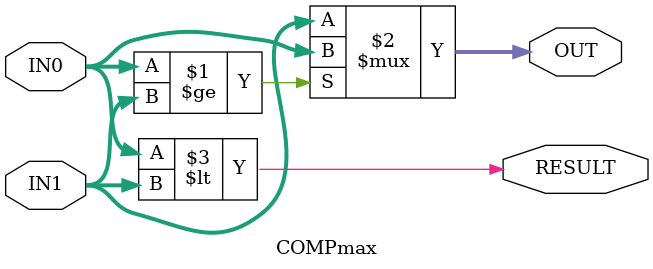
<source format=v>

module COMPmax(IN0,IN1,OUT,RESULT);

parameter ND = 16;

input [ND-1:0] IN0,IN1;

output [ND-1:0] OUT;
output RESULT;

assign OUT = (IN0>=IN1) ? (IN0) : (IN1);
assign RESULT = IN0<IN1;

endmodule



</source>
